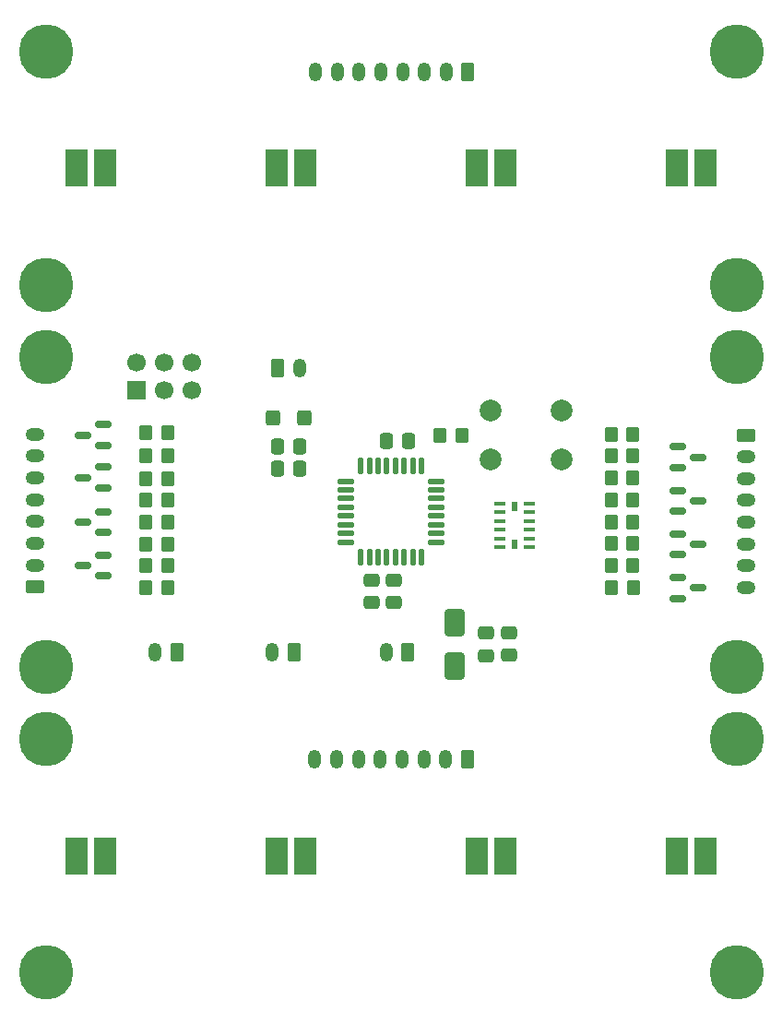
<source format=gbr>
%TF.GenerationSoftware,KiCad,Pcbnew,9.0.4*%
%TF.CreationDate,2025-11-21T11:06:10-05:00*%
%TF.ProjectId,merged_lights,6d657267-6564-45f6-9c69-676874732e6b,rev?*%
%TF.SameCoordinates,Original*%
%TF.FileFunction,Soldermask,Top*%
%TF.FilePolarity,Negative*%
%FSLAX46Y46*%
G04 Gerber Fmt 4.6, Leading zero omitted, Abs format (unit mm)*
G04 Created by KiCad (PCBNEW 9.0.4) date 2025-11-21 11:06:10*
%MOMM*%
%LPD*%
G01*
G04 APERTURE LIST*
G04 Aperture macros list*
%AMRoundRect*
0 Rectangle with rounded corners*
0 $1 Rounding radius*
0 $2 $3 $4 $5 $6 $7 $8 $9 X,Y pos of 4 corners*
0 Add a 4 corners polygon primitive as box body*
4,1,4,$2,$3,$4,$5,$6,$7,$8,$9,$2,$3,0*
0 Add four circle primitives for the rounded corners*
1,1,$1+$1,$2,$3*
1,1,$1+$1,$4,$5*
1,1,$1+$1,$6,$7*
1,1,$1+$1,$8,$9*
0 Add four rect primitives between the rounded corners*
20,1,$1+$1,$2,$3,$4,$5,0*
20,1,$1+$1,$4,$5,$6,$7,0*
20,1,$1+$1,$6,$7,$8,$9,0*
20,1,$1+$1,$8,$9,$2,$3,0*%
G04 Aperture macros list end*
%ADD10C,1.700000*%
%ADD11R,1.700000X1.700000*%
%ADD12RoundRect,0.250000X-0.475000X0.337500X-0.475000X-0.337500X0.475000X-0.337500X0.475000X0.337500X0*%
%ADD13O,1.200000X1.750000*%
%ADD14RoundRect,0.250000X0.350000X0.625000X-0.350000X0.625000X-0.350000X-0.625000X0.350000X-0.625000X0*%
%ADD15RoundRect,0.250000X-0.650000X1.000000X-0.650000X-1.000000X0.650000X-1.000000X0.650000X1.000000X0*%
%ADD16RoundRect,0.250000X0.350000X0.450000X-0.350000X0.450000X-0.350000X-0.450000X0.350000X-0.450000X0*%
%ADD17RoundRect,0.250000X0.400000X0.450000X-0.400000X0.450000X-0.400000X-0.450000X0.400000X-0.450000X0*%
%ADD18C,2.000000*%
%ADD19RoundRect,0.250000X-0.350000X-0.450000X0.350000X-0.450000X0.350000X0.450000X-0.350000X0.450000X0*%
%ADD20RoundRect,0.250000X-0.350000X-0.625000X0.350000X-0.625000X0.350000X0.625000X-0.350000X0.625000X0*%
%ADD21RoundRect,0.250000X-0.625000X0.350000X-0.625000X-0.350000X0.625000X-0.350000X0.625000X0.350000X0*%
%ADD22O,1.750000X1.200000*%
%ADD23RoundRect,0.250000X0.625000X-0.350000X0.625000X0.350000X-0.625000X0.350000X-0.625000X-0.350000X0*%
%ADD24RoundRect,0.150000X-0.587500X-0.150000X0.587500X-0.150000X0.587500X0.150000X-0.587500X0.150000X0*%
%ADD25RoundRect,0.150000X0.587500X0.150000X-0.587500X0.150000X-0.587500X-0.150000X0.587500X-0.150000X0*%
%ADD26R,1.112999X0.450000*%
%ADD27R,0.500000X0.813000*%
%ADD28RoundRect,0.250000X0.337500X0.475000X-0.337500X0.475000X-0.337500X-0.475000X0.337500X-0.475000X0*%
%ADD29RoundRect,0.137500X-0.137500X0.600000X-0.137500X-0.600000X0.137500X-0.600000X0.137500X0.600000X0*%
%ADD30RoundRect,0.137500X-0.600000X0.137500X-0.600000X-0.137500X0.600000X-0.137500X0.600000X0.137500X0*%
%ADD31RoundRect,0.250000X-0.337500X-0.475000X0.337500X-0.475000X0.337500X0.475000X-0.337500X0.475000X0*%
%ADD32C,0.800000*%
%ADD33C,5.000000*%
%ADD34R,2.100000X3.400000*%
G04 APERTURE END LIST*
D10*
%TO.C,J3*%
X28790000Y-44050000D03*
X28790000Y-46590000D03*
X26250000Y-44050000D03*
X26250000Y-46590000D03*
X23710000Y-44050000D03*
D11*
X23710000Y-46590000D03*
%TD*%
D12*
%TO.C,C9*%
X57900000Y-70900000D03*
X57900000Y-68825000D03*
%TD*%
D13*
%TO.C,J6*%
X46650000Y-70650000D03*
D14*
X48650000Y-70650000D03*
%TD*%
D15*
%TO.C,D10*%
X52900000Y-71900000D03*
X52900000Y-67900000D03*
%TD*%
D13*
%TO.C,J4*%
X25450000Y-70650000D03*
D14*
X27450000Y-70650000D03*
%TD*%
D12*
%TO.C,C8*%
X55795858Y-70942941D03*
X55795858Y-68867941D03*
%TD*%
D16*
%TO.C,R15*%
X24600000Y-54681965D03*
X26600000Y-54681965D03*
%TD*%
D17*
%TO.C,D9*%
X36250000Y-49100000D03*
X39150000Y-49100000D03*
%TD*%
D18*
%TO.C,SW1*%
X56250000Y-48400000D03*
X62750000Y-48400000D03*
X56250000Y-52900000D03*
X62750000Y-52900000D03*
%TD*%
D13*
%TO.C,J5*%
X36200000Y-70650000D03*
D14*
X38200000Y-70650000D03*
%TD*%
D19*
%TO.C,R1*%
X67300000Y-50617354D03*
X69300000Y-50617354D03*
%TD*%
D16*
%TO.C,R16*%
X26600000Y-50481965D03*
X24600000Y-50481965D03*
%TD*%
D20*
%TO.C,J8*%
X36700000Y-44500000D03*
D13*
X38700000Y-44500000D03*
%TD*%
D21*
%TO.C,J2*%
X79687236Y-50679556D03*
D22*
X79687236Y-52679556D03*
X79687236Y-54679556D03*
X79687236Y-56679556D03*
X79687236Y-58679556D03*
X79687236Y-60679556D03*
X79687236Y-62679556D03*
X79687236Y-64679556D03*
%TD*%
D23*
%TO.C,J9*%
X14435389Y-64617354D03*
D22*
X14435389Y-62617354D03*
X14435389Y-60617354D03*
X14435389Y-58617354D03*
X14435389Y-56617354D03*
X14435389Y-54617354D03*
X14435389Y-52617354D03*
X14435389Y-50617354D03*
%TD*%
D16*
%TO.C,R17*%
X53600000Y-50700000D03*
X51600000Y-50700000D03*
%TD*%
D24*
%TO.C,Q2*%
X73400000Y-55767354D03*
X73400000Y-57667354D03*
X75275000Y-56717354D03*
%TD*%
D25*
%TO.C,Q8*%
X20711587Y-51631965D03*
X20711587Y-49731965D03*
X18836587Y-50681965D03*
%TD*%
D24*
%TO.C,Q1*%
X73400000Y-51767354D03*
X73400000Y-53667354D03*
X75275000Y-52717354D03*
%TD*%
D19*
%TO.C,R4*%
X67300000Y-62656529D03*
X69300000Y-62656529D03*
%TD*%
D26*
%TO.C,U2*%
X59818499Y-60981503D03*
X59818499Y-60181502D03*
X59818499Y-59381501D03*
X59818499Y-58581503D03*
X59818499Y-57781502D03*
X59818499Y-56981503D03*
D27*
X58450000Y-57263004D03*
D26*
X57081501Y-56981501D03*
X57081501Y-57781502D03*
X57081501Y-58581503D03*
X57081501Y-59381501D03*
X57081501Y-60181502D03*
X57081501Y-60981501D03*
D27*
X58450000Y-60700000D03*
%TD*%
D24*
%TO.C,Q4*%
X73400000Y-63767354D03*
X73400000Y-65667354D03*
X75275000Y-64717354D03*
%TD*%
D12*
%TO.C,C5*%
X47300000Y-63979854D03*
X47300000Y-66054854D03*
%TD*%
D25*
%TO.C,Q5*%
X20711587Y-63631965D03*
X20711587Y-61731965D03*
X18836587Y-62681965D03*
%TD*%
D19*
%TO.C,R2*%
X67300000Y-54630412D03*
X69300000Y-54630412D03*
%TD*%
D16*
%TO.C,R13*%
X26600000Y-62681965D03*
X24600000Y-62681965D03*
%TD*%
D25*
%TO.C,Q6*%
X20711587Y-59631965D03*
X20711587Y-57731965D03*
X18836587Y-58681965D03*
%TD*%
D19*
%TO.C,R7*%
X67300000Y-60650000D03*
X69300000Y-60650000D03*
%TD*%
D16*
%TO.C,R10*%
X26600000Y-60681965D03*
X24600000Y-60681965D03*
%TD*%
D28*
%TO.C,C11*%
X38737500Y-53743864D03*
X36662500Y-53743864D03*
%TD*%
D24*
%TO.C,Q3*%
X73400000Y-59767354D03*
X73400000Y-61667354D03*
X75275000Y-60717354D03*
%TD*%
D16*
%TO.C,R9*%
X26600000Y-64681965D03*
X24600000Y-64681965D03*
%TD*%
D19*
%TO.C,R8*%
X67314021Y-64663058D03*
X69314021Y-64663058D03*
%TD*%
D29*
%TO.C,U1*%
X49900000Y-53554854D03*
X49100000Y-53554854D03*
X48300000Y-53554854D03*
X47500000Y-53554854D03*
X46700000Y-53554854D03*
X45900000Y-53554854D03*
X45100000Y-53554854D03*
X44300000Y-53554854D03*
D30*
X42937500Y-54917354D03*
X42937500Y-55717354D03*
X42937500Y-56517354D03*
X42937500Y-57317354D03*
X42937500Y-58117354D03*
X42937500Y-58917354D03*
X42937500Y-59717354D03*
X42937500Y-60517354D03*
D29*
X44300000Y-61879854D03*
X45100000Y-61879854D03*
X45900000Y-61879854D03*
X46700000Y-61879854D03*
X47500000Y-61879854D03*
X48300000Y-61879854D03*
X49100000Y-61879854D03*
X49900000Y-61879854D03*
D30*
X51262500Y-60517354D03*
X51262500Y-59717354D03*
X51262500Y-58917354D03*
X51262500Y-58117354D03*
X51262500Y-57317354D03*
X51262500Y-56517354D03*
X51262500Y-55717354D03*
X51262500Y-54917354D03*
%TD*%
D19*
%TO.C,R3*%
X67300000Y-58643471D03*
X69300000Y-58643471D03*
%TD*%
D31*
%TO.C,C1*%
X46662500Y-51200000D03*
X48737500Y-51200000D03*
%TD*%
D16*
%TO.C,R14*%
X26600000Y-58681965D03*
X24600000Y-58681965D03*
%TD*%
D28*
%TO.C,C12*%
X38737500Y-51700000D03*
X36662500Y-51700000D03*
%TD*%
D19*
%TO.C,R6*%
X67300000Y-56636941D03*
X69300000Y-56636941D03*
%TD*%
D25*
%TO.C,Q7*%
X20711587Y-55531965D03*
X20711587Y-53631965D03*
X18836587Y-54581965D03*
%TD*%
D16*
%TO.C,R12*%
X26600000Y-52581965D03*
X24600000Y-52581965D03*
%TD*%
D12*
%TO.C,C2*%
X45300000Y-63979854D03*
X45300000Y-66054854D03*
%TD*%
D32*
%TO.C,H1*%
X76925000Y-43550000D03*
X77474175Y-42224175D03*
X77474175Y-44875825D03*
X78800000Y-41675000D03*
D33*
X78800000Y-43550000D03*
D32*
X78800000Y-45425000D03*
X80125825Y-42224175D03*
X80125825Y-44875825D03*
X80675000Y-43550000D03*
%TD*%
%TO.C,H2*%
X13525000Y-43550000D03*
X14074175Y-42224175D03*
X14074175Y-44875825D03*
X15400000Y-41675000D03*
D33*
X15400000Y-43550000D03*
D32*
X15400000Y-45425000D03*
X16725825Y-42224175D03*
X16725825Y-44875825D03*
X17275000Y-43550000D03*
%TD*%
D16*
%TO.C,R11*%
X26600000Y-56681965D03*
X24600000Y-56681965D03*
%TD*%
D19*
%TO.C,R5*%
X67300000Y-52623883D03*
X69300000Y-52623883D03*
%TD*%
D32*
%TO.C,H4*%
X76925000Y-71950000D03*
X77474175Y-70624175D03*
X77474175Y-73275825D03*
X78800000Y-70075000D03*
D33*
X78800000Y-71950000D03*
D32*
X78800000Y-73825000D03*
X80125825Y-70624175D03*
X80125825Y-73275825D03*
X80675000Y-71950000D03*
%TD*%
%TO.C,H3*%
X13525000Y-71950000D03*
X14074175Y-70624175D03*
X14074175Y-73275825D03*
X15400000Y-70075000D03*
D33*
X15400000Y-71950000D03*
D32*
X15400000Y-73825000D03*
X16725825Y-70624175D03*
X16725825Y-73275825D03*
X17275000Y-71950000D03*
%TD*%
D34*
%TO.C,D2*%
X57575000Y-89300000D03*
X54925000Y-89300000D03*
%TD*%
%TO.C,D3*%
X39200000Y-89300000D03*
X36550000Y-89300000D03*
%TD*%
D13*
%TO.C,J1*%
X40100000Y-80400000D03*
X42100000Y-80400000D03*
X44100000Y-80400000D03*
X46100000Y-80400000D03*
X48100000Y-80400000D03*
X50100000Y-80400000D03*
X52100000Y-80400000D03*
D14*
X54100000Y-80400000D03*
%TD*%
D34*
%TO.C,D1*%
X75950000Y-89300000D03*
X73300000Y-89300000D03*
%TD*%
%TO.C,D4*%
X20825000Y-89300000D03*
X18175000Y-89300000D03*
%TD*%
D33*
%TO.C,H7*%
X78800000Y-78600000D03*
%TD*%
%TO.C,H11*%
X78800000Y-100000000D03*
%TD*%
%TO.C,H6*%
X15400000Y-100000000D03*
%TD*%
%TO.C,H5*%
X15400000Y-78600000D03*
%TD*%
%TO.C,H12*%
X78800000Y-36900000D03*
%TD*%
%TO.C,H10*%
X15400000Y-36900000D03*
%TD*%
%TO.C,H9*%
X78800000Y-15500000D03*
%TD*%
%TO.C,H8*%
X15400000Y-15500000D03*
%TD*%
D34*
%TO.C,D5*%
X73300000Y-26200000D03*
X75950000Y-26200000D03*
%TD*%
%TO.C,D6*%
X54925000Y-26200000D03*
X57575000Y-26200000D03*
%TD*%
%TO.C,D7*%
X36550000Y-26200000D03*
X39200000Y-26200000D03*
%TD*%
%TO.C,D8*%
X18175000Y-26200000D03*
X20825000Y-26200000D03*
%TD*%
D14*
%TO.C,J7*%
X54150000Y-17400000D03*
D13*
X52150000Y-17400000D03*
X50150000Y-17400000D03*
X48150000Y-17400000D03*
X46150000Y-17400000D03*
X44150000Y-17400000D03*
X42150000Y-17400000D03*
X40150000Y-17400000D03*
%TD*%
M02*

</source>
